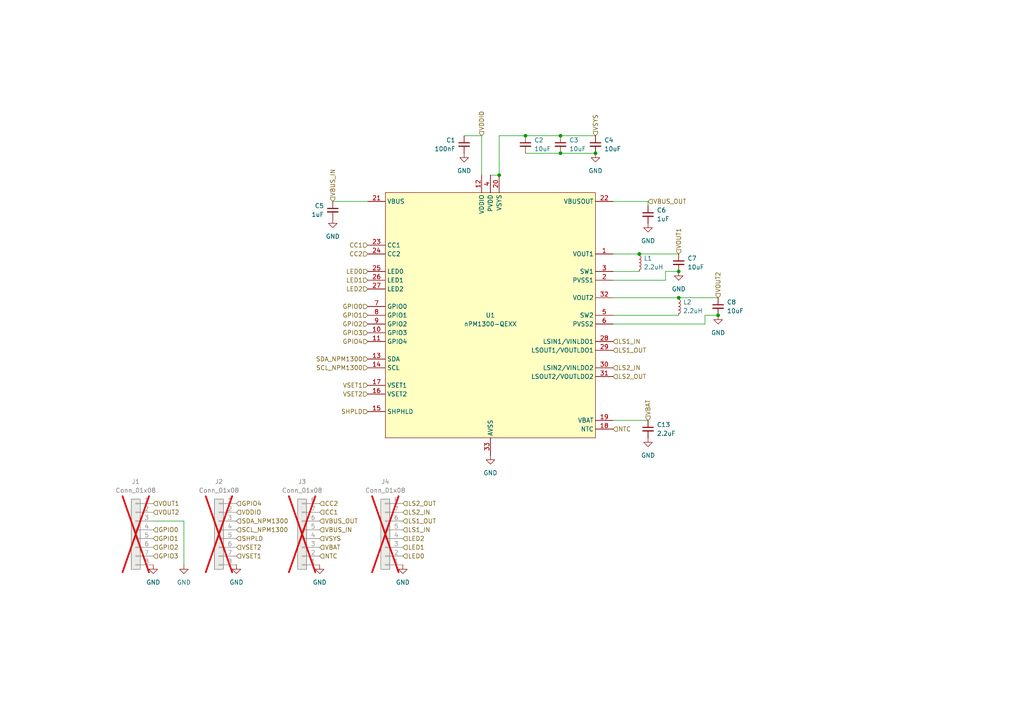
<source format=kicad_sch>
(kicad_sch (version 20231120) (generator "eeschema") (generator_version "8.0")
  (paper "A4")
  (lib_symbols
    (symbol "Connector_Generic:Conn_01x08" (pin_names (offset 1.016) hide)
      (property "Reference" "J" (at 0 10.16 0))
      (property "Value" "Conn_01x08" (at 0 -12.7 0))
      (symbol "Conn_01x08_1_1"
        (rectangle (start -1.27 -10.033) (end 0 -10.287) (stroke (width 0.1524)))
        (rectangle (start -1.27 -7.493) (end 0 -7.747) (stroke (width 0.1524)))
        (rectangle (start -1.27 -4.953) (end 0 -5.207) (stroke (width 0.1524)))
        (rectangle (start -1.27 -2.413) (end 0 -2.667) (stroke (width 0.1524)))
        (rectangle (start -1.27 0.127) (end 0 -0.127) (stroke (width 0.1524)))
        (rectangle (start -1.27 2.667) (end 0 2.413) (stroke (width 0.1524)))
        (rectangle (start -1.27 5.207) (end 0 4.953) (stroke (width 0.1524)))
        (rectangle (start -1.27 7.747) (end 0 7.493) (stroke (width 0.1524)))
        (rectangle (start -1.27 8.89) (end 1.27 -11.43) (stroke (width 0.254)) (fill (type background)))
        (pin passive line (at -5.08 7.62 0) (length 3.81) (name "Pin_1") (number "1"))
        (pin passive line (at -5.08 5.08 0) (length 3.81) (name "Pin_2") (number "2"))
        (pin passive line (at -5.08 2.54 0) (length 3.81) (name "Pin_3") (number "3"))
        (pin passive line (at -5.08 0 0) (length 3.81) (name "Pin_4") (number "4"))
        (pin passive line (at -5.08 -2.54 0) (length 3.81) (name "Pin_5") (number "5"))
        (pin passive line (at -5.08 -5.08 0) (length 3.81) (name "Pin_6") (number "6"))
        (pin passive line (at -5.08 -7.62 0) (length 3.81) (name "Pin_7") (number "7"))
        (pin passive line (at -5.08 -10.16 0) (length 3.81) (name "Pin_8") (number "8"))
      )
    )
    (symbol "Device:C_Small" (pin_numbers hide) (pin_names (offset 0.254) hide)
      (property "Reference" "C" (at 0.254 1.778 0))
      (property "Value" "C_Small" (at 0.254 -2.032 0))
      (symbol "C_Small_0_1"
        (polyline (pts (xy -1.524 -0.508) (xy 1.524 -0.508)) (stroke (width 0.3302)))
        (polyline (pts (xy -1.524 0.508) (xy 1.524 0.508)) (stroke (width 0.3048)))
      )
      (symbol "C_Small_1_1"
        (pin passive line (at 0 2.54 270) (length 2.032) (name "~") (number "1"))
        (pin passive line (at 0 -2.54 90) (length 2.032) (name "~") (number "2"))
      )
    )
    (symbol "Device:L_Small" (pin_numbers hide) (pin_names (offset 0.254) hide)
      (property "Reference" "L" (at 0.762 1.016 0))
      (property "Value" "L_Small" (at 0.762 -1.016 0))
      (symbol "L_Small_0_1"
        (arc (start 0 -2.032) (mid 0.5058 -1.524) (end 0 -1.016))
        (arc (start 0 -1.016) (mid 0.5058 -0.508) (end 0 0))
        (arc (start 0 0) (mid 0.5058 0.508) (end 0 1.016))
        (arc (start 0 1.016) (mid 0.5058 1.524) (end 0 2.032))
      )
      (symbol "L_Small_1_1"
        (pin passive line (at 0 2.54 270) (length 0.508) (name "~") (number "1"))
        (pin passive line (at 0 -2.54 90) (length 0.508) (name "~") (number "2"))
      )
    )
    (symbol "nordic-lib-kicad-npm:nPM1300-QEXX"
      (property "Reference" "U" (at 0 0 0))
      (property "Value" "nPM1300-QEXX" (at 0 -2.54 0))
      (symbol "nPM1300-QEXX_0_0"
        (pin power_out line (at 35.56 17.78 180) (length 5.08) (name "VOUT1") (number "1"))
        (pin bidirectional line (at -35.56 -5.08 0) (length 5.08) (name "GPIO3") (number "10"))
        (pin bidirectional line (at -35.56 -7.62 0) (length 5.08) (name "GPIO4") (number "11"))
        (pin power_in line (at -2.54 40.64 270) (length 5.08) (name "VDDIO") (number "12"))
        (pin bidirectional line (at -35.56 -12.7 0) (length 5.08) (name "SDA") (number "13"))
        (pin bidirectional line (at -35.56 -15.24 0) (length 5.08) (name "SCL") (number "14"))
        (pin input line (at -35.56 -27.94 0) (length 5.08) (name "SHPHLD") (number "15"))
        (pin passive line (at -35.56 -22.86 0) (length 5.08) (name "VSET2") (number "16"))
        (pin passive line (at -35.56 -20.32 0) (length 5.08) (name "VSET1") (number "17"))
        (pin passive line (at 35.56 -33.02 180) (length 5.08) (name "NTC") (number "18"))
        (pin power_in line (at 35.56 -30.48 180) (length 5.08) (name "VBAT") (number "19"))
        (pin power_out line (at 2.54 40.64 270) (length 5.08) (name "VSYS") (number "20"))
        (pin power_in line (at -35.56 33.02 0) (length 5.08) (name "VBUS") (number "21"))
        (pin power_out line (at 35.56 33.02 180) (length 5.08) (name "VBUSOUT") (number "22"))
        (pin bidirectional line (at -35.56 20.32 0) (length 5.08) (name "CC1") (number "23"))
        (pin bidirectional line (at -35.56 17.78 0) (length 5.08) (name "CC2") (number "24"))
        (pin open_collector line (at -35.56 12.7 0) (length 5.08) (name "LED0") (number "25"))
        (pin open_collector line (at -35.56 10.16 0) (length 5.08) (name "LED1") (number "26"))
        (pin open_collector line (at -35.56 7.62 0) (length 5.08) (name "LED2") (number "27"))
        (pin output line (at 35.56 -10.16 180) (length 5.08) (name "LSOUT1/VOUTLDO1") (number "29"))
        (pin passive line (at 35.56 12.7 180) (length 5.08) (name "SW1") (number "3"))
        (pin input line (at 35.56 -15.24 180) (length 5.08) (name "LSIN2/VINLDO2") (number "30"))
        (pin output line (at 35.56 -17.78 180) (length 5.08) (name "LSOUT2/VOUTLDO2") (number "31"))
        (pin power_out line (at 35.56 5.08 180) (length 5.08) (name "VOUT2") (number "32"))
        (pin power_in line (at 0 -40.64 90) (length 5.08) (name "AVSS") (number "33"))
        (pin power_in line (at 0 40.64 270) (length 5.08) (name "PVDD") (number "4"))
        (pin passive line (at 35.56 0 180) (length 5.08) (name "SW2") (number "5"))
        (pin bidirectional line (at -35.56 2.54 0) (length 5.08) (name "GPIO0") (number "7"))
        (pin bidirectional line (at -35.56 0 0) (length 5.08) (name "GPIO1") (number "8"))
        (pin bidirectional line (at -35.56 -2.54 0) (length 5.08) (name "GPIO2") (number "9"))
      )
      (symbol "nPM1300-QEXX_1_0"
        (pin power_in line (at 35.56 10.16 180) (length 5.08) (name "PVSS1") (number "2"))
        (pin input line (at 35.56 -7.62 180) (length 5.08) (name "LSIN1/VINLDO1") (number "28"))
        (pin power_in line (at 35.56 -2.54 180) (length 5.08) (name "PVSS2") (number "6"))
      )
      (symbol "nPM1300-QEXX_1_1"
        (rectangle (start -30.48 35.56) (end 30.48 -35.56) (fill (type background)))
      )
    )
    (symbol "power:GND" (power) (pin_numbers hide) (pin_names (offset 0) hide)
      (property "Value" "GND" (at 0 -3.81 0))
      (symbol "GND_0_1"
        (polyline (pts (xy 0 0) (xy 0 -1.27) (xy 1.27 -1.27) (xy 0 -2.54) (xy -1.27 -1.27) (xy 0 -1.27)))
      )
      (symbol "GND_1_1"
        (pin power_in line (at 0 0 270) (length 0) (name "~") (number "1"))
      )
    )
  )
  (junction (at 152.4 39.37))
  (junction (at 144.78 50.8))
  (junction (at 208.28 91.44))
  (junction (at 162.56 44.45))
  (junction (at 162.56 39.37))
  (junction (at 172.72 44.45))
  (junction (at 196.85 78.74))
  (junction (at 196.85 86.36))
  (junction (at 185.42 73.66))
  (wire (pts (xy 187.96 58.42) (xy 187.96 59.69)))
  (wire (pts (xy 193.04 78.74) (xy 196.85 78.74)))
  (wire (pts (xy 177.8 81.28) (xy 193.04 81.28)))
  (wire (pts (xy 162.56 39.37) (xy 172.72 39.37)))
  (wire (pts (xy 162.56 44.45) (xy 172.72 44.45)))
  (wire (pts (xy 204.47 93.98) (xy 204.47 91.44)))
  (wire (pts (xy 187.96 58.42) (xy 177.8 58.42)))
  (wire (pts (xy 177.8 86.36) (xy 196.85 86.36)))
  (wire (pts (xy 185.42 73.66) (xy 196.85 73.66)))
  (wire (pts (xy 193.04 81.28) (xy 193.04 78.74)))
  (wire (pts (xy 53.34 151.13) (xy 44.45 151.13)))
  (wire (pts (xy 152.4 44.45) (xy 162.56 44.45)))
  (wire (pts (xy 204.47 91.44) (xy 208.28 91.44)))
  (wire (pts (xy 139.7 39.37) (xy 134.62 39.37)))
  (wire (pts (xy 139.7 39.37) (xy 139.7 50.8)))
  (wire (pts (xy 152.4 39.37) (xy 162.56 39.37)))
  (wire (pts (xy 177.8 78.74) (xy 185.42 78.74)))
  (wire (pts (xy 177.8 91.44) (xy 196.85 91.44)))
  (wire (pts (xy 177.8 121.92) (xy 187.96 121.92)))
  (wire (pts (xy 53.34 163.83) (xy 53.34 151.13)))
  (wire (pts (xy 177.8 73.66) (xy 185.42 73.66)))
  (wire (pts (xy 144.78 39.37) (xy 144.78 50.8)))
  (wire (pts (xy 96.52 58.42) (xy 106.68 58.42)))
  (wire (pts (xy 196.85 86.36) (xy 208.28 86.36)))
  (wire (pts (xy 144.78 50.8) (xy 142.24 50.8)))
  (wire (pts (xy 177.8 93.98) (xy 204.47 93.98)))
  (wire (pts (xy 144.78 39.37) (xy 152.4 39.37)))
  (hierarchical_label "VSET1" (shape input) (at 106.68 111.76 180))
  (hierarchical_label "LED0" (shape input) (at 116.84 161.29 0))
  (hierarchical_label "VDDIO" (shape input) (at 139.7 39.37 90))
  (hierarchical_label "GPIO3" (shape input) (at 106.68 96.52 180))
  (hierarchical_label "VSYS" (shape input) (at 92.71 156.21 0))
  (hierarchical_label "LED2" (shape input) (at 106.68 83.82 180))
  (hierarchical_label "GPIO4" (shape input) (at 68.58 146.05 0))
  (hierarchical_label "GPIO4" (shape input) (at 106.68 99.06 180))
  (hierarchical_label "VBUS_OUT" (shape input) (at 187.96 58.42 0))
  (hierarchical_label "SCL_NPM1300" (shape input) (at 106.68 106.68 180))
  (hierarchical_label "LS1_OUT" (shape input) (at 116.84 151.13 0))
  (hierarchical_label "SCL_NPM1300" (shape input) (at 68.58 153.67 0))
  (hierarchical_label "NTC" (shape input) (at 177.8 124.46 0))
  (hierarchical_label "GPIO2" (shape input) (at 44.45 158.75 0))
  (hierarchical_label "VSET1" (shape input) (at 68.58 161.29 0))
  (hierarchical_label "GPIO0" (shape input) (at 44.45 153.67 0))
  (hierarchical_label "GPIO2" (shape input) (at 106.68 93.98 180))
  (hierarchical_label "VDDIO" (shape input) (at 68.58 148.59 0))
  (hierarchical_label "VBAT" (shape input) (at 92.71 158.75 0))
  (hierarchical_label "NTC" (shape input) (at 92.71 161.29 0))
  (hierarchical_label "SHPLD" (shape input) (at 106.68 119.38 180))
  (hierarchical_label "LED2" (shape input) (at 116.84 156.21 0))
  (hierarchical_label "CC2" (shape input) (at 106.68 73.66 180))
  (hierarchical_label "VOUT2" (shape input) (at 44.45 148.59 0))
  (hierarchical_label "SHPLD" (shape input) (at 68.58 156.21 0))
  (hierarchical_label "VOUT2" (shape input) (at 208.28 86.36 90))
  (hierarchical_label "CC1" (shape input) (at 92.71 148.59 0))
  (hierarchical_label "VBAT" (shape input) (at 187.96 121.92 90))
  (hierarchical_label "GPIO1" (shape input) (at 106.68 91.44 180))
  (hierarchical_label "VBUS_IN" (shape input) (at 96.52 58.42 90))
  (hierarchical_label "LS2_OUT" (shape input) (at 116.84 146.05 0))
  (hierarchical_label "VSYS" (shape input) (at 172.72 39.37 90))
  (hierarchical_label "LS1_OUT" (shape input) (at 177.8 101.6 0))
  (hierarchical_label "LS1_IN" (shape input) (at 177.8 99.06 0))
  (hierarchical_label "SDA_NPM1300" (shape input) (at 106.68 104.14 180))
  (hierarchical_label "LS2_OUT" (shape input) (at 177.8 109.22 0))
  (hierarchical_label "SDA_NPM1300" (shape input) (at 68.58 151.13 0))
  (hierarchical_label "LED1" (shape input) (at 106.68 81.28 180))
  (hierarchical_label "CC1" (shape input) (at 106.68 71.12 180))
  (hierarchical_label "GPIO3" (shape input) (at 44.45 161.29 0))
  (hierarchical_label "LS1_IN" (shape input) (at 116.84 153.67 0))
  (hierarchical_label "VSET2" (shape input) (at 106.68 114.3 180))
  (hierarchical_label "VBUS_OUT" (shape input) (at 92.71 151.13 0))
  (hierarchical_label "CC2" (shape input) (at 92.71 146.05 0))
  (hierarchical_label "GPIO0" (shape input) (at 106.68 88.9 180))
  (hierarchical_label "VOUT1" (shape input) (at 196.85 73.66 90))
  (hierarchical_label "LS2_IN" (shape input) (at 116.84 148.59 0))
  (hierarchical_label "VSET2" (shape input) (at 68.58 158.75 0))
  (hierarchical_label "LED1" (shape input) (at 116.84 158.75 0))
  (hierarchical_label "VOUT1" (shape input) (at 44.45 146.05 0))
  (hierarchical_label "VBUS_IN" (shape input) (at 92.71 153.67 0))
  (hierarchical_label "LS2_IN" (shape input) (at 177.8 106.68 0))
  (hierarchical_label "GPIO1" (shape input) (at 44.45 156.21 0))
  (hierarchical_label "LED0" (shape input) (at 106.68 78.74 180))
  (symbol (lib_id "power:GND") (at 116.84 163.83 0) (mirror y) (unit 1)
    (property "Reference" "#PWR010" (effects (hide yes)))
    (property "Value" "GND" (at 116.84 168.91 0))
    (property "Description" "Power symbol creates a global label with name \"GND\" , ground" (effects (hide yes)))
  )
  (symbol (lib_id "Device:C_Small") (at 196.85 76.2 0) (mirror y) (unit 1)
    (property "Reference" "C7" (at 199.39 74.9362 0) (effects (justify right)))
    (property "Value" "10uF" (at 199.39 77.4762 0) (effects (justify right)))
    (property "Footprint" "Capacitor_SMD:C_0603_1608Metric" (effects (hide yes)))
    (property "Description" "Unpolarized capacitor, small symbol" (effects (hide yes)))
    (property "LCSC" "C19702" (effects (hide yes)))
  )
  (symbol (lib_id "power:GND") (at 92.71 163.83 0) (mirror y) (unit 1)
    (property "Reference" "#PWR08" (effects (hide yes)))
    (property "Value" "GND" (at 92.71 168.91 0))
    (property "Description" "Power symbol creates a global label with name \"GND\" , ground" (effects (hide yes)))
  )
  (symbol (lib_id "power:GND") (at 187.96 64.77 0) (mirror y) (unit 1)
    (property "Reference" "#PWR07" (effects (hide yes)))
    (property "Value" "GND" (at 187.96 69.85 0))
    (property "Description" "Power symbol creates a global label with name \"GND\" , ground" (effects (hide yes)))
  )
  (symbol (lib_id "Device:C_Small") (at 187.96 124.46 0) (mirror y) (unit 1)
    (property "Reference" "C13" (at 190.5 123.1962 0) (effects (justify right)))
    (property "Value" "2.2uF" (at 190.5 125.7362 0) (effects (justify right)))
    (property "Footprint" "Capacitor_SMD:C_0603_1608Metric" (effects (hide yes)))
    (property "Description" "Unpolarized capacitor, small symbol" (effects (hide yes)))
    (property "LCSC" "C50254" (effects (hide yes)))
  )
  (symbol (lib_id "power:GND") (at 44.45 163.83 0) (mirror y) (unit 1)
    (property "Reference" "#PWR02" (effects (hide yes)))
    (property "Value" "GND" (at 44.45 168.91 0))
    (property "Description" "Power symbol creates a global label with name \"GND\" , ground" (effects (hide yes)))
  )
  (symbol (lib_id "Connector_Generic:Conn_01x08") (at 63.5 153.67 0) (mirror y) (unit 1) (dnp yes)
    (property "Reference" "J2" (at 63.5 139.7 0))
    (property "Value" "Conn_01x08" (at 63.5 142.24 0))
    (property "Footprint" "nPM1300-Stamp_Connector_PinHeader:nPM1300-PinHeader_1x08_P2.00mm_Vertical" (effects (hide yes)))
    (property "Description" "Generic connector, single row, 01x08, script generated (kicad-library-utils/schlib/autogen/connector/)" (effects (hide yes)))
  )
  (symbol (lib_id "Device:C_Small") (at 152.4 41.91 0) (mirror y) (unit 1)
    (property "Reference" "C2" (at 154.94 40.6462 0) (effects (justify right)))
    (property "Value" "10uF" (at 154.94 43.1862 0) (effects (justify right)))
    (property "Footprint" "Capacitor_SMD:C_0603_1608Metric" (effects (hide yes)))
    (property "Description" "Unpolarized capacitor, small symbol" (effects (hide yes)))
    (property "LCSC" "C19702" (effects (hide yes)))
  )
  (symbol (lib_id "Connector_Generic:Conn_01x08") (at 111.76 156.21 180) (unit 1) (dnp yes)
    (property "Reference" "J4" (at 111.76 139.7 0))
    (property "Value" "Conn_01x08" (at 111.76 142.24 0))
    (property "Footprint" "nPM1300-Stamp_Connector_PinHeader:nPM1300-PinHeader_1x08_P2.00mm_Vertical" (effects (hide yes)))
    (property "Description" "Generic connector, single row, 01x08, script generated (kicad-library-utils/schlib/autogen/connector/)" (effects (hide yes)))
  )
  (symbol (lib_id "Device:C_Small") (at 134.62 41.91 0) (unit 1)
    (property "Reference" "C1" (at 132.08 40.6462 0) (effects (justify right)))
    (property "Value" "100nF" (at 132.08 43.1862 0) (effects (justify right)))
    (property "Footprint" "Capacitor_SMD:C_0402_1005Metric" (effects (hide yes)))
    (property "Description" "Unpolarized capacitor, small symbol" (effects (hide yes)))
    (property "LCSC" "C307331" (effects (hide yes)))
  )
  (symbol (lib_id "power:GND") (at 142.24 132.08 0) (unit 1)
    (property "Reference" "#PWR01" (effects (hide yes)))
    (property "Value" "GND" (at 142.24 137.16 0))
    (property "Description" "Power symbol creates a global label with name \"GND\" , ground" (effects (hide yes)))
  )
  (symbol (lib_id "power:GND") (at 68.58 163.83 0) (mirror y) (unit 1)
    (property "Reference" "#PWR03" (effects (hide yes)))
    (property "Value" "GND" (at 68.58 168.91 0))
    (property "Description" "Power symbol creates a global label with name \"GND\" , ground" (effects (hide yes)))
  )
  (symbol (lib_id "Device:C_Small") (at 96.52 60.96 0) (unit 1)
    (property "Reference" "C5" (at 93.98 59.6962 0) (effects (justify right)))
    (property "Value" "1uF" (at 93.98 62.2362 0) (effects (justify right)))
    (property "Footprint" "Capacitor_SMD:C_0603_1608Metric" (effects (hide yes)))
    (property "Description" "Unpolarized capacitor, small symbol" (effects (hide yes)))
    (property "LCSC" "C15849" (effects (hide yes)))
  )
  (symbol (lib_id "power:GND") (at 172.72 44.45 0) (mirror y) (unit 1)
    (property "Reference" "#PWR05" (effects (hide yes)))
    (property "Value" "GND" (at 172.72 49.53 0))
    (property "Description" "Power symbol creates a global label with name \"GND\" , ground" (effects (hide yes)))
  )
  (symbol (lib_id "Device:L_Small") (at 185.42 76.2 0) (unit 1)
    (property "Reference" "L1" (at 186.69 74.9299 0) (effects (justify left)))
    (property "Value" "2.2uH" (at 186.69 77.4699 0) (effects (justify left)))
    (property "Footprint" "Inductor_SMD:L_Cenker_CKCS201610" (effects (hide yes)))
    (property "Description" "Inductor, small symbol" (effects (hide yes)))
    (property "LCSC" "C354533" (effects (hide yes)))
  )
  (symbol (lib_id "power:GND") (at 53.34 163.83 0) (mirror y) (unit 1)
    (property "Reference" "#PWR011" (effects (hide yes)))
    (property "Value" "GND" (at 53.34 168.91 0))
    (property "Description" "Power symbol creates a global label with name \"GND\" , ground" (effects (hide yes)))
  )
  (symbol (lib_id "Connector_Generic:Conn_01x08") (at 87.63 156.21 180) (unit 1) (dnp yes)
    (property "Reference" "J3" (at 87.63 139.7 0))
    (property "Value" "Conn_01x08" (at 87.63 142.24 0))
    (property "Footprint" "nPM1300-Stamp_Connector_PinHeader:nPM1300-PinHeader_1x08_P2.00mm_Vertical" (effects (hide yes)))
    (property "Description" "Generic connector, single row, 01x08, script generated (kicad-library-utils/schlib/autogen/connector/)" (effects (hide yes)))
  )
  (symbol (lib_id "power:GND") (at 96.52 63.5 0) (unit 1)
    (property "Reference" "#PWR06" (effects (hide yes)))
    (property "Value" "GND" (at 96.52 68.58 0))
    (property "Description" "Power symbol creates a global label with name \"GND\" , ground" (effects (hide yes)))
  )
  (symbol (lib_id "power:GND") (at 208.28 91.44 0) (mirror y) (unit 1)
    (property "Reference" "#PWR012" (effects (hide yes)))
    (property "Value" "GND" (at 208.28 96.52 0))
    (property "Description" "Power symbol creates a global label with name \"GND\" , ground" (effects (hide yes)))
  )
  (symbol (lib_id "Device:C_Small") (at 162.56 41.91 0) (mirror y) (unit 1)
    (property "Reference" "C3" (at 165.1 40.6462 0) (effects (justify right)))
    (property "Value" "10uF" (at 165.1 43.1862 0) (effects (justify right)))
    (property "Footprint" "Capacitor_SMD:C_0603_1608Metric" (effects (hide yes)))
    (property "Description" "Unpolarized capacitor, small symbol" (effects (hide yes)))
    (property "LCSC" "C19702" (effects (hide yes)))
  )
  (symbol (lib_id "power:GND") (at 187.96 127 0) (mirror y) (unit 1)
    (property "Reference" "#PWR017" (effects (hide yes)))
    (property "Value" "GND" (at 187.96 132.08 0))
    (property "Description" "Power symbol creates a global label with name \"GND\" , ground" (effects (hide yes)))
  )
  (symbol (lib_id "Connector_Generic:Conn_01x08") (at 39.37 153.67 0) (mirror y) (unit 1) (dnp yes)
    (property "Reference" "J1" (at 39.37 139.7 0))
    (property "Value" "Conn_01x08" (at 39.37 142.24 0))
    (property "Footprint" "nPM1300-Stamp_Connector_PinHeader:nPM1300-PinHeader_1x08_P2.00mm_Vertical" (effects (hide yes)))
    (property "Description" "Generic connector, single row, 01x08, script generated (kicad-library-utils/schlib/autogen/connector/)" (effects (hide yes)))
  )
  (symbol (lib_id "nordic-lib-kicad-npm:nPM1300-QEXX") (at 142.24 91.44 0) (unit 1)
    (property "Reference" "U1" (at 142.24 91.44 0))
    (property "Value" "nPM1300-QEXX" (at 142.24 93.98 0))
    (property "Footprint" "Package_DFN_QFN:QFN-32-1EP_5x5mm_P0.5mm_EP3.6x3.6mm_ThermalVias" (effects (hide yes)))
    (property "Datasheet" "https://docs.nordicsemi.com/bundle/ps_npm1300" (effects (hide yes)))
    (property "Description" "PMIC, LED Driver, Battery Charger, QFN-32" (effects (hide yes)))
    (property "LCSC" "C7466043" (effects (hide yes)))
  )
  (symbol (lib_id "Device:C_Small") (at 172.72 41.91 0) (mirror y) (unit 1)
    (property "Reference" "C4" (at 175.26 40.6462 0) (effects (justify right)))
    (property "Value" "10uF" (at 175.26 43.1862 0) (effects (justify right)))
    (property "Footprint" "Capacitor_SMD:C_0603_1608Metric" (effects (hide yes)))
    (property "Description" "Unpolarized capacitor, small symbol" (effects (hide yes)))
    (property "LCSC" "C19702" (effects (hide yes)))
  )
  (symbol (lib_id "Device:C_Small") (at 187.96 62.23 0) (mirror y) (unit 1)
    (property "Reference" "C6" (at 190.5 60.9662 0) (effects (justify right)))
    (property "Value" "1uF" (at 190.5 63.5062 0) (effects (justify right)))
    (property "Footprint" "Capacitor_SMD:C_0603_1608Metric" (effects (hide yes)))
    (property "Description" "Unpolarized capacitor, small symbol" (effects (hide yes)))
    (property "LCSC" "C15849" (effects (hide yes)))
  )
  (symbol (lib_id "power:GND") (at 134.62 44.45 0) (unit 1)
    (property "Reference" "#PWR04" (effects (hide yes)))
    (property "Value" "GND" (at 134.62 49.53 0))
    (property "Description" "Power symbol creates a global label with name \"GND\" , ground" (effects (hide yes)))
  )
  (symbol (lib_id "Device:L_Small") (at 196.85 88.9 0) (unit 1)
    (property "Reference" "L2" (at 198.12 87.6299 0) (effects (justify left)))
    (property "Value" "2.2uH" (at 198.12 90.1699 0) (effects (justify left)))
    (property "Footprint" "Inductor_SMD:L_Cenker_CKCS201610" (effects (hide yes)))
    (property "Description" "Inductor, small symbol" (effects (hide yes)))
    (property "LCSC" "C354533" (effects (hide yes)))
  )
  (symbol (lib_id "Device:C_Small") (at 208.28 88.9 0) (mirror y) (unit 1)
    (property "Reference" "C8" (at 210.82 87.6362 0) (effects (justify right)))
    (property "Value" "10uF" (at 210.82 90.1762 0) (effects (justify right)))
    (property "Footprint" "Capacitor_SMD:C_0603_1608Metric" (effects (hide yes)))
    (property "Description" "Unpolarized capacitor, small symbol" (effects (hide yes)))
    (property "LCSC" "C19702" (effects (hide yes)))
  )
  (symbol (lib_id "power:GND") (at 196.85 78.74 0) (mirror y) (unit 1)
    (property "Reference" "#PWR09" (effects (hide yes)))
    (property "Value" "GND" (at 196.85 83.82 0))
    (property "Description" "Power symbol creates a global label with name \"GND\" , ground" (effects (hide yes)))
  )
)
</source>
